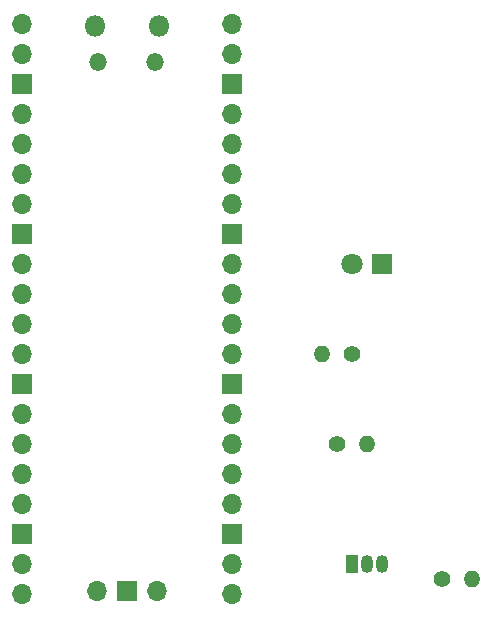
<source format=gbr>
%TF.GenerationSoftware,KiCad,Pcbnew,8.0.0*%
%TF.CreationDate,2024-03-27T17:24:57-03:00*%
%TF.ProjectId,Ponderada_S6,506f6e64-6572-4616-9461-5f53362e6b69,rev?*%
%TF.SameCoordinates,Original*%
%TF.FileFunction,Soldermask,Bot*%
%TF.FilePolarity,Negative*%
%FSLAX46Y46*%
G04 Gerber Fmt 4.6, Leading zero omitted, Abs format (unit mm)*
G04 Created by KiCad (PCBNEW 8.0.0) date 2024-03-27 17:24:57*
%MOMM*%
%LPD*%
G01*
G04 APERTURE LIST*
%ADD10R,1.800000X1.800000*%
%ADD11C,1.800000*%
%ADD12C,1.400000*%
%ADD13O,1.400000X1.400000*%
%ADD14R,1.050000X1.500000*%
%ADD15O,1.050000X1.500000*%
%ADD16O,1.800000X1.800000*%
%ADD17O,1.500000X1.500000*%
%ADD18O,1.700000X1.700000*%
%ADD19R,1.700000X1.700000*%
G04 APERTURE END LIST*
D10*
%TO.C,D1*%
X100330000Y-109220000D03*
D11*
X97790000Y-109220000D03*
%TD*%
D12*
%TO.C,R3*%
X105410000Y-135890000D03*
D13*
X107950000Y-135890000D03*
%TD*%
D12*
%TO.C,R2*%
X96520000Y-124460000D03*
D13*
X99060000Y-124460000D03*
%TD*%
D12*
%TO.C,R1*%
X97790000Y-116840000D03*
D13*
X95250000Y-116840000D03*
%TD*%
D14*
%TO.C,Q1*%
X97790000Y-134620000D03*
D15*
X99060000Y-134620000D03*
X100330000Y-134620000D03*
%TD*%
D16*
%TO.C,U1*%
X76015000Y-89030000D03*
D17*
X76315000Y-92060000D03*
X81165000Y-92060000D03*
D16*
X81465000Y-89030000D03*
D18*
X69850000Y-88900000D03*
X69850000Y-91440000D03*
D19*
X69850000Y-93980000D03*
D18*
X69850000Y-96520000D03*
X69850000Y-99060000D03*
X69850000Y-101600000D03*
X69850000Y-104140000D03*
D19*
X69850000Y-106680000D03*
D18*
X69850000Y-109220000D03*
X69850000Y-111760000D03*
X69850000Y-114300000D03*
X69850000Y-116840000D03*
D19*
X69850000Y-119380000D03*
D18*
X69850000Y-121920000D03*
X69850000Y-124460000D03*
X69850000Y-127000000D03*
X69850000Y-129540000D03*
D19*
X69850000Y-132080000D03*
D18*
X69850000Y-134620000D03*
X69850000Y-137160000D03*
X87630000Y-137160000D03*
X87630000Y-134620000D03*
D19*
X87630000Y-132080000D03*
D18*
X87630000Y-129540000D03*
X87630000Y-127000000D03*
X87630000Y-124460000D03*
X87630000Y-121920000D03*
D19*
X87630000Y-119380000D03*
D18*
X87630000Y-116840000D03*
X87630000Y-114300000D03*
X87630000Y-111760000D03*
X87630000Y-109220000D03*
D19*
X87630000Y-106680000D03*
D18*
X87630000Y-104140000D03*
X87630000Y-101600000D03*
X87630000Y-99060000D03*
X87630000Y-96520000D03*
D19*
X87630000Y-93980000D03*
D18*
X87630000Y-91440000D03*
X87630000Y-88900000D03*
X76200000Y-136930000D03*
D19*
X78740000Y-136930000D03*
D18*
X81280000Y-136930000D03*
%TD*%
M02*

</source>
